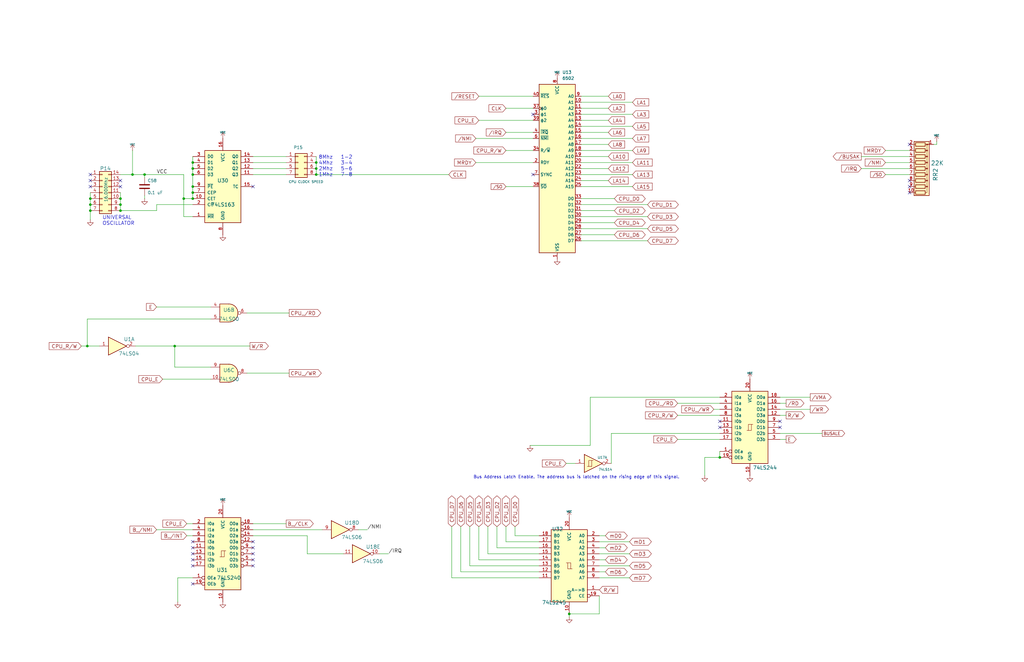
<source format=kicad_sch>
(kicad_sch (version 20250114) (generator "eeschema") (generator_version "9.0")
  (paper "B")
  (title_block (title "6502PC") (date "2025-12-21") (rev "002") (comment 1 "https://github.com/danwerner21/6502PC") (comment 2 "Based on work by Andrew Lynch and John Coffman"))
  (lib_symbols
    (symbol "65xx-library:6502"
      (property "Reference" "U" (at 2.54 40.64 0))
      (property "Value" "6502" (at 2.54 38.1 0))
      (symbol "6502_1_1"
        (pin input line (at -10.16 30.48 0) (length 2.54) (name "~{RES}") (number "40"))
        (pin input clock (at -10.16 25.4 0) (length 2.54) (name "ϕ0") (number "37"))
        (pin output line (at -10.16 22.86 0) (length 2.54) (name "ϕ1") (number "3"))
        (pin output line (at -10.16 20.32 0) (length 2.54) (name "ϕ2") (number "39"))
        (pin input line (at -10.16 15.24 0) (length 2.54) (name "~{IRQ}") (number "4"))
        (pin input line (at -10.16 12.7 0) (length 2.54) (name "~{NMI}") (number "6"))
        (pin output line (at -10.16 7.62 0) (length 2.54) (name "R/~{W}") (number "34"))
        (pin input line (at -10.16 2.54 0) (length 2.54) (name "RDY") (number "2"))
        (pin output line (at -10.16 -2.54 0) (length 2.54) (name "SYNC") (number "7"))
        (pin input line (at -10.16 -7.62 0) (length 2.54) (name "~{SO}") (number "38"))
        (pin no_connect non_logic (at -7.62 -12.7 0) (length 2.54) (hide yes) (name "nc") (number "5"))
        (pin no_connect non_logic (at -7.62 -15.24 0) (length 2.54) (hide yes) (name "nc") (number "35"))
        (pin no_connect non_logic (at -7.62 -17.78 0) (length 2.54) (hide yes) (name "nc") (number "36"))
        (pin power_in line (at 0 38.1 270) (length 2.54) (name "VCC") (number "8"))
        (pin power_in line (at 0 -38.1 90) (length 2.54) (name "VSS") (number "1"))
        (pin passive line (at 0 -38.1 90) (length 2.54) (hide yes) (name "VSS") (number "21"))
        (pin output line (at 10.16 30.48 180) (length 2.54) (name "A0") (number "9"))
        (pin output line (at 10.16 27.94 180) (length 2.54) (name "A1") (number "10"))
        (pin output line (at 10.16 25.4 180) (length 2.54) (name "A2") (number "11"))
        (pin output line (at 10.16 22.86 180) (length 2.54) (name "A3") (number "12"))
        (pin output line (at 10.16 20.32 180) (length 2.54) (name "A4") (number "13"))
        (pin output line (at 10.16 17.78 180) (length 2.54) (name "A5") (number "14"))
        (pin output line (at 10.16 15.24 180) (length 2.54) (name "A6") (number "15"))
        (pin output line (at 10.16 12.7 180) (length 2.54) (name "A7") (number "16"))
        (pin output line (at 10.16 10.16 180) (length 2.54) (name "A8") (number "17"))
        (pin output line (at 10.16 7.62 180) (length 2.54) (name "A9") (number "18"))
        (pin output line (at 10.16 5.08 180) (length 2.54) (name "A10") (number "19"))
        (pin output line (at 10.16 2.54 180) (length 2.54) (name "A11") (number "20"))
        (pin output line (at 10.16 0 180) (length 2.54) (name "A12") (number "22"))
        (pin output line (at 10.16 -2.54 180) (length 2.54) (name "A13") (number "23"))
        (pin output line (at 10.16 -5.08 180) (length 2.54) (name "A14") (number "24"))
        (pin output line (at 10.16 -7.62 180) (length 2.54) (name "A15") (number "25"))
        (pin bidirectional line (at 10.16 -12.7 180) (length 2.54) (name "D0") (number "33"))
        (pin bidirectional line (at 10.16 -15.24 180) (length 2.54) (name "D1") (number "32"))
        (pin bidirectional line (at 10.16 -17.78 180) (length 2.54) (name "D2") (number "31"))
        (pin bidirectional line (at 10.16 -20.32 180) (length 2.54) (name "D3") (number "30"))
        (pin bidirectional line (at 10.16 -22.86 180) (length 2.54) (name "D4") (number "29"))
        (pin bidirectional line (at 10.16 -25.4 180) (length 2.54) (name "D5") (number "28"))
        (pin bidirectional line (at 10.16 -27.94 180) (length 2.54) (name "D6") (number "27"))
        (pin bidirectional line (at 10.16 -30.48 180) (length 2.54) (name "D7") (number "26"))
      )
    )
    (symbol "74xx:74LS00" (pin_names (offset 1.016))
      (property "Reference" "U" (at 0 1.27 0))
      (property "Value" "74LS00" (at 0 -1.27 0))
      (symbol "74LS00_1_1"
        (pin input line (at -7.62 2.54 0) (length 3.81) (name "~") (number "1"))
        (pin input line (at -7.62 -2.54 0) (length 3.81) (name "~") (number "2"))
        (pin output inverted (at 7.62 0 180) (length 3.81) (name "~") (number "3"))
      )
      (symbol "74LS00_1_2"
        (pin input inverted (at -7.62 2.54 0) (length 4.318) (name "~") (number "1"))
        (pin input inverted (at -7.62 -2.54 0) (length 4.318) (name "~") (number "2"))
        (pin output line (at 7.62 0 180) (length 3.81) (name "~") (number "3"))
      )
      (symbol "74LS00_2_1"
        (pin input line (at -7.62 2.54 0) (length 3.81) (name "~") (number "4"))
        (pin input line (at -7.62 -2.54 0) (length 3.81) (name "~") (number "5"))
        (pin output inverted (at 7.62 0 180) (length 3.81) (name "~") (number "6"))
      )
      (symbol "74LS00_2_2"
        (pin input inverted (at -7.62 2.54 0) (length 4.318) (name "~") (number "4"))
        (pin input inverted (at -7.62 -2.54 0) (length 4.318) (name "~") (number "5"))
        (pin output line (at 7.62 0 180) (length 3.81) (name "~") (number "6"))
      )
      (symbol "74LS00_3_1"
        (pin input line (at -7.62 2.54 0) (length 3.81) (name "~") (number "9"))
        (pin input line (at -7.62 -2.54 0) (length 3.81) (name "~") (number "10"))
        (pin output inverted (at 7.62 0 180) (length 3.81) (name "~") (number "8"))
      )
      (symbol "74LS00_3_2"
        (pin input inverted (at -7.62 2.54 0) (length 4.318) (name "~") (number "9"))
        (pin input inverted (at -7.62 -2.54 0) (length 4.318) (name "~") (number "10"))
        (pin output line (at 7.62 0 180) (length 3.81) (name "~") (number "8"))
      )
      (symbol "74LS00_4_1"
        (pin input line (at -7.62 2.54 0) (length 3.81) (name "~") (number "12"))
        (pin input line (at -7.62 -2.54 0) (length 3.81) (name "~") (number "13"))
        (pin output inverted (at 7.62 0 180) (length 3.81) (name "~") (number "11"))
      )
      (symbol "74LS00_4_2"
        (pin input inverted (at -7.62 2.54 0) (length 4.318) (name "~") (number "12"))
        (pin input inverted (at -7.62 -2.54 0) (length 4.318) (name "~") (number "13"))
        (pin output line (at 7.62 0 180) (length 3.81) (name "~") (number "11"))
      )
      (symbol "74LS00_5_0"
        (pin power_in line (at 0 12.7 270) (length 5.08) (name "VCC") (number "14"))
        (pin power_in line (at 0 -12.7 90) (length 5.08) (name "GND") (number "7"))
      )
    )
    (symbol "74xx:74LS04"
      (property "Reference" "U" (at 0 1.27 0))
      (property "Value" "74LS04" (at 0 -1.27 0))
      (symbol "74LS04_1_0"
        (pin input line (at -7.62 0 0) (length 3.81) (name "~") (number "1"))
        (pin output inverted (at 7.62 0 180) (length 3.81) (name "~") (number "2"))
      )
      (symbol "74LS04_2_0"
        (pin input line (at -7.62 0 0) (length 3.81) (name "~") (number "3"))
        (pin output inverted (at 7.62 0 180) (length 3.81) (name "~") (number "4"))
      )
      (symbol "74LS04_3_0"
        (pin input line (at -7.62 0 0) (length 3.81) (name "~") (number "5"))
        (pin output inverted (at 7.62 0 180) (length 3.81) (name "~") (number "6"))
      )
      (symbol "74LS04_4_0"
        (pin input line (at -7.62 0 0) (length 3.81) (name "~") (number "9"))
        (pin output inverted (at 7.62 0 180) (length 3.81) (name "~") (number "8"))
      )
      (symbol "74LS04_5_0"
        (pin input line (at -7.62 0 0) (length 3.81) (name "~") (number "11"))
        (pin output inverted (at 7.62 0 180) (length 3.81) (name "~") (number "10"))
      )
      (symbol "74LS04_6_0"
        (pin input line (at -7.62 0 0) (length 3.81) (name "~") (number "13"))
        (pin output inverted (at 7.62 0 180) (length 3.81) (name "~") (number "12"))
      )
      (symbol "74LS04_7_0"
        (pin power_in line (at 0 12.7 270) (length 5.08) (name "VCC") (number "14"))
        (pin power_in line (at 0 -12.7 90) (length 5.08) (name "GND") (number "7"))
      )
    )
    (symbol "74xx:74LS06" (pin_names (offset 1.016))
      (property "Reference" "U" (at 0 1.27 0))
      (property "Value" "74LS06" (at 0 -1.27 0))
      (symbol "74LS06_1_0"
        (pin input line (at -7.62 0 0) (length 3.81) (name "~") (number "1"))
        (pin open_collector inverted (at 7.62 0 180) (length 3.81) (name "~") (number "2"))
      )
      (symbol "74LS06_2_0"
        (pin input line (at -7.62 0 0) (length 3.81) (name "~") (number "3"))
        (pin open_collector inverted (at 7.62 0 180) (length 3.81) (name "~") (number "4"))
      )
      (symbol "74LS06_3_0"
        (pin input line (at -7.62 0 0) (length 3.81) (name "~") (number "5"))
        (pin open_collector inverted (at 7.62 0 180) (length 3.81) (name "~") (number "6"))
      )
      (symbol "74LS06_4_0"
        (pin input line (at -7.62 0 0) (length 3.81) (name "~") (number "9"))
        (pin open_collector inverted (at 7.62 0 180) (length 3.81) (name "~") (number "8"))
      )
      (symbol "74LS06_5_0"
        (pin input line (at -7.62 0 0) (length 3.81) (name "~") (number "11"))
        (pin open_collector inverted (at 7.62 0 180) (length 3.81) (name "~") (number "10"))
      )
      (symbol "74LS06_6_0"
        (pin input line (at -7.62 0 0) (length 3.81) (name "~") (number "13"))
        (pin open_collector inverted (at 7.62 0 180) (length 3.81) (name "~") (number "12"))
      )
      (symbol "74LS06_7_0"
        (pin power_in line (at 0 12.7 270) (length 5.08) (name "VCC") (number "14"))
        (pin power_in line (at 0 -12.7 90) (length 5.08) (name "GND") (number "7"))
      )
    )
    (symbol "74xx:74LS14" (pin_names (offset 1.016))
      (property "Reference" "U" (at 0 1.27 0))
      (property "Value" "74LS14" (at 0 -1.27 0))
      (symbol "74LS14_1_0"
        (pin input line (at -7.62 0 0) (length 3.81) (name "~") (number "1"))
        (pin output inverted (at 7.62 0 180) (length 3.81) (name "~") (number "2"))
      )
      (symbol "74LS14_2_0"
        (pin input line (at -7.62 0 0) (length 3.81) (name "~") (number "3"))
        (pin output inverted (at 7.62 0 180) (length 3.81) (name "~") (number "4"))
      )
      (symbol "74LS14_3_0"
        (pin input line (at -7.62 0 0) (length 3.81) (name "~") (number "5"))
        (pin output inverted (at 7.62 0 180) (length 3.81) (name "~") (number "6"))
      )
      (symbol "74LS14_4_0"
        (pin input line (at -7.62 0 0) (length 3.81) (name "~") (number "9"))
        (pin output inverted (at 7.62 0 180) (length 3.81) (name "~") (number "8"))
      )
      (symbol "74LS14_5_0"
        (pin input line (at -7.62 0 0) (length 3.81) (name "~") (number "11"))
        (pin output inverted (at 7.62 0 180) (length 3.81) (name "~") (number "10"))
      )
      (symbol "74LS14_6_0"
        (pin input line (at -7.62 0 0) (length 3.81) (name "~") (number "13"))
        (pin output inverted (at 7.62 0 180) (length 3.81) (name "~") (number "12"))
      )
      (symbol "74LS14_7_0"
        (pin power_in line (at 0 12.7 270) (length 5.08) (name "VCC") (number "14"))
        (pin power_in line (at 0 -12.7 90) (length 5.08) (name "GND") (number "7"))
      )
    )
    (symbol "74xx:74LS163" (pin_names (offset 1.016))
      (property "Reference" "U" (at -7.62 16.51 0))
      (property "Value" "74LS163" (at -7.62 -16.51 0))
      (symbol "74LS163_1_0"
        (pin input line (at -12.7 12.7 0) (length 5.08) (name "D0") (number "3"))
        (pin input line (at -12.7 10.16 0) (length 5.08) (name "D1") (number "4"))
        (pin input line (at -12.7 7.62 0) (length 5.08) (name "D2") (number "5"))
        (pin input line (at -12.7 5.08 0) (length 5.08) (name "D3") (number "6"))
        (pin input line (at -12.7 0 0) (length 5.08) (name "~{PE}") (number "9"))
        (pin input line (at -12.7 -2.54 0) (length 5.08) (name "CEP") (number "7"))
        (pin input line (at -12.7 -5.08 0) (length 5.08) (name "CET") (number "10"))
        (pin input line (at -12.7 -7.62 0) (length 5.08) (name "CP") (number "2"))
        (pin input line (at -12.7 -12.7 0) (length 5.08) (name "~{MR}") (number "1"))
        (pin power_in line (at 0 20.32 270) (length 5.08) (name "VCC") (number "16"))
        (pin power_in line (at 0 -20.32 90) (length 5.08) (name "GND") (number "8"))
        (pin output line (at 12.7 12.7 180) (length 5.08) (name "Q0") (number "14"))
        (pin output line (at 12.7 10.16 180) (length 5.08) (name "Q1") (number "13"))
        (pin output line (at 12.7 7.62 180) (length 5.08) (name "Q2") (number "12"))
        (pin output line (at 12.7 5.08 180) (length 5.08) (name "Q3") (number "11"))
        (pin output line (at 12.7 0 180) (length 5.08) (name "TC") (number "15"))
      )
    )
    (symbol "74xx:74LS240" (pin_names (offset 1.016))
      (property "Reference" "U" (at -7.62 16.51 0))
      (property "Value" "74LS240" (at -7.62 -16.51 0))
      (symbol "74LS240_1_0"
        (pin input line (at -12.7 12.7 0) (length 5.08) (name "I0a") (number "2"))
        (pin input line (at -12.7 10.16 0) (length 5.08) (name "I1a") (number "4"))
        (pin input line (at -12.7 7.62 0) (length 5.08) (name "I2a") (number "6"))
        (pin input line (at -12.7 5.08 0) (length 5.08) (name "I3a") (number "8"))
        (pin input line (at -12.7 2.54 0) (length 5.08) (name "I0b") (number "11"))
        (pin input line (at -12.7 0 0) (length 5.08) (name "I1b") (number "13"))
        (pin input line (at -12.7 -2.54 0) (length 5.08) (name "I2b") (number "15"))
        (pin input line (at -12.7 -5.08 0) (length 5.08) (name "I3b") (number "17"))
        (pin input inverted (at -12.7 -10.16 0) (length 5.08) (name "OEa") (number "1"))
        (pin input inverted (at -12.7 -12.7 0) (length 5.08) (name "OEb") (number "19"))
        (pin power_in line (at 0 20.32 270) (length 5.08) (name "VCC") (number "20"))
        (pin power_in line (at 0 -20.32 90) (length 5.08) (name "GND") (number "10"))
        (pin tri_state inverted (at 12.7 12.7 180) (length 5.08) (name "O0a") (number "18"))
        (pin tri_state inverted (at 12.7 10.16 180) (length 5.08) (name "O1a") (number "16"))
        (pin tri_state inverted (at 12.7 7.62 180) (length 5.08) (name "O2a") (number "14"))
        (pin tri_state inverted (at 12.7 5.08 180) (length 5.08) (name "O3a") (number "12"))
        (pin tri_state inverted (at 12.7 2.54 180) (length 5.08) (name "O0b") (number "9"))
        (pin tri_state inverted (at 12.7 0 180) (length 5.08) (name "O1b") (number "7"))
        (pin tri_state inverted (at 12.7 -2.54 180) (length 5.08) (name "O2b") (number "5"))
        (pin tri_state inverted (at 12.7 -5.08 180) (length 5.08) (name "O3b") (number "3"))
      )
    )
    (symbol "74xx:74LS244" (pin_names (offset 1.016))
      (property "Reference" "U" (at -7.62 16.51 0))
      (property "Value" "74LS244" (at -7.62 -16.51 0))
      (symbol "74LS244_1_0"
        (pin input line (at -12.7 12.7 0) (length 5.08) (name "I0a") (number "2"))
        (pin input line (at -12.7 10.16 0) (length 5.08) (name "I1a") (number "4"))
        (pin input line (at -12.7 7.62 0) (length 5.08) (name "I2a") (number "6"))
        (pin input line (at -12.7 5.08 0) (length 5.08) (name "I3a") (number "8"))
        (pin input line (at -12.7 2.54 0) (length 5.08) (name "I0b") (number "11"))
        (pin input line (at -12.7 0 0) (length 5.08) (name "I1b") (number "13"))
        (pin input line (at -12.7 -2.54 0) (length 5.08) (name "I2b") (number "15"))
        (pin input line (at -12.7 -5.08 0) (length 5.08) (name "I3b") (number "17"))
        (pin input inverted (at -12.7 -10.16 0) (length 5.08) (name "OEa") (number "1"))
        (pin input inverted (at -12.7 -12.7 0) (length 5.08) (name "OEb") (number "19"))
        (pin power_in line (at 0 20.32 270) (length 5.08) (name "VCC") (number "20"))
        (pin power_in line (at 0 -20.32 90) (length 5.08) (name "GND") (number "10"))
        (pin tri_state line (at 12.7 12.7 180) (length 5.08) (name "O0a") (number "18"))
        (pin tri_state line (at 12.7 10.16 180) (length 5.08) (name "O1a") (number "16"))
        (pin tri_state line (at 12.7 7.62 180) (length 5.08) (name "O2a") (number "14"))
        (pin tri_state line (at 12.7 5.08 180) (length 5.08) (name "O3a") (number "12"))
        (pin tri_state line (at 12.7 2.54 180) (length 5.08) (name "O0b") (number "9"))
        (pin tri_state line (at 12.7 0 180) (length 5.08) (name "O1b") (number "7"))
        (pin tri_state line (at 12.7 -2.54 180) (length 5.08) (name "O2b") (number "5"))
        (pin tri_state line (at 12.7 -5.08 180) (length 5.08) (name "O3b") (number "3"))
      )
    )
    (symbol "74xx:74LS245" (pin_names (offset 1.016))
      (property "Reference" "U" (at -7.62 16.51 0))
      (property "Value" "74LS245" (at -7.62 -16.51 0))
      (symbol "74LS245_1_0"
        (pin tri_state line (at -12.7 12.7 0) (length 5.08) (name "A0") (number "2"))
        (pin tri_state line (at -12.7 10.16 0) (length 5.08) (name "A1") (number "3"))
        (pin tri_state line (at -12.7 7.62 0) (length 5.08) (name "A2") (number "4"))
        (pin tri_state line (at -12.7 5.08 0) (length 5.08) (name "A3") (number "5"))
        (pin tri_state line (at -12.7 2.54 0) (length 5.08) (name "A4") (number "6"))
        (pin tri_state line (at -12.7 0 0) (length 5.08) (name "A5") (number "7"))
        (pin tri_state line (at -12.7 -2.54 0) (length 5.08) (name "A6") (number "8"))
        (pin tri_state line (at -12.7 -5.08 0) (length 5.08) (name "A7") (number "9"))
        (pin input line (at -12.7 -10.16 0) (length 5.08) (name "A->B") (number "1"))
        (pin input inverted (at -12.7 -12.7 0) (length 5.08) (name "CE") (number "19"))
        (pin power_in line (at 0 20.32 270) (length 5.08) (name "VCC") (number "20"))
        (pin power_in line (at 0 -20.32 90) (length 5.08) (name "GND") (number "10"))
        (pin tri_state line (at 12.7 12.7 180) (length 5.08) (name "B0") (number "18"))
        (pin tri_state line (at 12.7 10.16 180) (length 5.08) (name "B1") (number "17"))
        (pin tri_state line (at 12.7 7.62 180) (length 5.08) (name "B2") (number "16"))
        (pin tri_state line (at 12.7 5.08 180) (length 5.08) (name "B3") (number "15"))
        (pin tri_state line (at 12.7 2.54 180) (length 5.08) (name "B4") (number "14"))
        (pin tri_state line (at 12.7 0 180) (length 5.08) (name "B5") (number "13"))
        (pin tri_state line (at 12.7 -2.54 180) (length 5.08) (name "B6") (number "12"))
        (pin tri_state line (at 12.7 -5.08 180) (length 5.08) (name "B7") (number "11"))
      )
    )
    (symbol "Connector_Generic:Conn_02x04_Odd_Even" (pin_names (offset 1.016) (hide yes))
      (property "Reference" "J" (at 1.27 5.08 0))
      (property "Value" "Conn_02x04_Odd_Even" (at 1.27 -7.62 0))
      (symbol "Conn_02x04_Odd_Even_1_1"
        (pin passive line (at -5.08 2.54 0) (length 3.81) (name "Pin_1") (number "1"))
        (pin passive line (at -5.08 0 0) (length 3.81) (name "Pin_3") (number "3"))
        (pin passive line (at -5.08 -2.54 0) (length 3.81) (name "Pin_5") (number "5"))
        (pin passive line (at -5.08 -5.08 0) (length 3.81) (name "Pin_7") (number "7"))
        (pin passive line (at 7.62 2.54 180) (length 3.81) (name "Pin_2") (number "2"))
        (pin passive line (at 7.62 0 180) (length 3.81) (name "Pin_4") (number "4"))
        (pin passive line (at 7.62 -2.54 180) (length 3.81) (name "Pin_6") (number "6"))
        (pin passive line (at 7.62 -5.08 180) (length 3.81) (name "Pin_8") (number "8"))
      )
    )
    (symbol "Custom:CLK"
      (property "Reference" "U" (at 0 0 0))
      (symbol "CLK_1_1"
        (pin passive line (at -6.35 -2.54 0) (length 3.81) (name "") (number "1"))
        (pin passive line (at -6.35 -5.08 0) (length 3.81) (name "") (number "2"))
        (pin passive line (at -6.35 -7.62 0) (length 3.81) (name "") (number "3"))
        (pin passive line (at -6.35 -10.16 0) (length 3.81) (name "") (number "4"))
        (pin passive line (at -6.35 -12.7 0) (length 3.81) (name "") (number "5"))
        (pin passive line (at -6.35 -15.24 0) (length 3.81) (name "") (number "6"))
        (pin passive line (at -6.35 -17.78 0) (length 3.81) (name "") (number "7"))
        (pin passive line (at 6.35 -2.54 180) (length 3.81) (name "") (number "14"))
        (pin passive line (at 6.35 -5.08 180) (length 3.81) (name "") (number "13"))
        (pin passive line (at 6.35 -7.62 180) (length 3.81) (name "") (number "12"))
        (pin passive line (at 6.35 -10.16 180) (length 3.81) (name "") (number "11"))
        (pin passive line (at 6.35 -12.7 180) (length 3.81) (name "") (number "10"))
        (pin passive line (at 6.35 -15.24 180) (length 3.81) (name "") (number "9"))
        (pin passive line (at 6.35 -17.78 180) (length 3.81) (name "") (number "8"))
      )
    )
    (symbol "Device:C" (pin_numbers (hide yes)) (pin_names (offset 0.254))
      (property "Reference" "C" (at 0.635 2.54 0))
      (property "Value" "C" (at 0.635 -2.54 0))
      (symbol "C_1_1"
        (pin passive line (at 0 3.81 270) (length 2.794) (name "~") (number "1"))
        (pin passive line (at 0 -3.81 90) (length 2.794) (name "~") (number "2"))
      )
    )
    (symbol "Device:R_Network09" (pin_names (offset 0) (hide yes))
      (property "Reference" "RN" (at -12.7 0 90))
      (property "Value" "R_Network09" (at 12.7 0 90))
      (symbol "R_Network09_1_1"
        (pin passive line (at -10.16 5.08 270) (length 2.54) (name "common") (number "1"))
        (pin passive line (at -10.16 -5.08 90) (length 1.27) (name "R1") (number "2"))
        (pin passive line (at -7.62 -5.08 90) (length 1.27) (name "R2") (number "3"))
        (pin passive line (at -5.08 -5.08 90) (length 1.27) (name "R3") (number "4"))
        (pin passive line (at -2.54 -5.08 90) (length 1.27) (name "R4") (number "5"))
        (pin passive line (at 0 -5.08 90) (length 1.27) (name "R5") (number "6"))
        (pin passive line (at 2.54 -5.08 90) (length 1.27) (name "R6") (number "7"))
        (pin passive line (at 5.08 -5.08 90) (length 1.27) (name "R7") (number "8"))
        (pin passive line (at 7.62 -5.08 90) (length 1.27) (name "R8") (number "9"))
        (pin passive line (at 10.16 -5.08 90) (length 1.27) (name "R9") (number "10"))
      )
    )
    (symbol "power:GND" (power) (pin_numbers (hide yes)) (pin_names (offset 0) (hide yes))
      (property "Value" "GND" (at 0 -3.81 0))
      (symbol "GND_1_1"
        (pin power_in line (at 0 0 270) (length 0) (name "~") (number "1"))
      )
    )
    (symbol "power:VCC" (power) (pin_numbers (hide yes)) (pin_names (offset 0) (hide yes))
      (property "Value" "VCC" (at 0 3.556 0))
      (symbol "VCC_1_1"
        (pin power_in line (at 0 0 90) (length 0) (name "~") (number "1"))
      )
    )
  )
  (text "8Mhz   1-2\n4Mhz   3-4\n2Mhz   5-6\n1Mhz   7-8" (at 134.366 74.676 0) (effects (font (size 1.524 1.524)) (justify left bottom)))
  (text "Bus Address Latch Enable. The address bus is latched on the rising edge of this signal." (at 243.078 201.422 0) (effects (font (size 1.27 1.27))))
  (text "UNIVERSAL\nOSCILLATOR" (at 43.18 95.25 0) (effects (font (size 1.524 1.524)) (justify left bottom)))
  (junction (at 81.28 83.82))
  (junction (at 133.35 68.58))
  (junction (at 38.1 86.36))
  (junction (at 81.28 71.12))
  (junction (at 38.1 83.82))
  (junction (at 50.8 88.9))
  (junction (at 133.35 73.66))
  (junction (at 81.28 68.58))
  (junction (at 77.47 83.82))
  (junction (at 60.96 73.66))
  (junction (at 81.28 81.28))
  (junction (at 38.1 88.9))
  (junction (at 240.03 259.08))
  (junction (at 36.83 146.05))
  (junction (at 133.35 71.12))
  (junction (at 73.66 146.05))
  (junction (at 50.8 83.82))
  (junction (at 81.28 73.66))
  (junction (at 303.53 193.04))
  (junction (at 81.28 78.74))
  (junction (at 55.88 73.66))
  (junction (at 50.8 86.36))
  (no_connect (at 38.1 76.2))
  (no_connect (at 328.93 180.34))
  (no_connect (at 38.1 73.66))
  (no_connect (at 81.28 236.22))
  (no_connect (at 81.28 233.68))
  (no_connect (at 106.68 236.22))
  (no_connect (at 106.68 228.6))
  (no_connect (at 106.68 231.14))
  (no_connect (at 383.54 76.2))
  (no_connect (at 50.8 76.2))
  (no_connect (at 81.28 246.38))
  (no_connect (at 224.79 73.66))
  (no_connect (at 383.54 78.74))
  (no_connect (at 383.54 60.96))
  (no_connect (at 303.53 180.34))
  (no_connect (at 383.54 81.28))
  (no_connect (at 81.28 238.76))
  (no_connect (at 106.68 238.76))
  (no_connect (at 50.8 78.74))
  (no_connect (at 328.93 177.8))
  (no_connect (at 81.28 231.14))
  (no_connect (at 38.1 78.74))
  (no_connect (at 224.79 48.26))
  (no_connect (at 106.68 78.74))
  (no_connect (at 303.53 177.8))
  (no_connect (at 106.68 233.68))
  (no_connect (at 81.28 228.6))
  (wire (pts (xy 66.04 223.52) (xy 81.28 223.52)))
  (wire (pts (xy 106.68 71.12) (xy 120.65 71.12)))
  (wire (pts (xy 36.83 146.05) (xy 41.91 146.05)))
  (wire (pts (xy 106.68 66.04) (xy 120.65 66.04)))
  (wire (pts (xy 297.18 200.66) (xy 297.18 193.04)))
  (wire (pts (xy 394.97 60.96) (xy 394.97 59.69)))
  (wire (pts (xy 205.74 233.68) (xy 227.33 233.68)))
  (wire (pts (xy 266.7 78.74) (xy 245.11 78.74)))
  (wire (pts (xy 77.47 73.66) (xy 77.47 83.82)))
  (wire (pts (xy 50.8 88.9) (xy 66.04 88.9)))
  (wire (pts (xy 341.63 172.72) (xy 328.93 172.72)))
  (wire (pts (xy 245.11 101.6) (xy 273.05 101.6)))
  (wire (pts (xy 38.1 86.36) (xy 38.1 88.9)))
  (wire (pts (xy 50.8 86.36) (xy 50.8 88.9)))
  (wire (pts (xy 133.35 68.58) (xy 133.35 71.12)))
  (wire (pts (xy 66.04 129.54) (xy 88.9 129.54)))
  (wire (pts (xy 285.75 170.18) (xy 303.53 170.18)))
  (wire (pts (xy 245.11 88.9) (xy 259.08 88.9)))
  (wire (pts (xy 245.11 86.36) (xy 273.05 86.36)))
  (wire (pts (xy 328.93 170.18) (xy 331.47 170.18)))
  (wire (pts (xy 38.1 88.9) (xy 38.1 92.71)))
  (wire (pts (xy 303.53 167.64) (xy 248.92 167.64)))
  (wire (pts (xy 106.68 223.52) (xy 135.89 223.52)))
  (wire (pts (xy 81.28 73.66) (xy 81.28 78.74)))
  (wire (pts (xy 217.17 226.06) (xy 227.33 226.06)))
  (wire (pts (xy 303.53 190.5) (xy 303.53 193.04)))
  (wire (pts (xy 50.8 81.28) (xy 50.8 83.82)))
  (wire (pts (xy 256.54 40.64) (xy 245.11 40.64)))
  (wire (pts (xy 252.73 251.46) (xy 252.73 259.08)))
  (wire (pts (xy 194.31 222.25) (xy 194.31 241.3)))
  (wire (pts (xy 77.47 83.82) (xy 77.47 91.44)))
  (wire (pts (xy 129.54 226.06) (xy 106.68 226.06)))
  (wire (pts (xy 81.28 243.84) (xy 74.93 243.84)))
  (wire (pts (xy 60.96 73.66) (xy 60.96 74.93)))
  (wire (pts (xy 129.54 233.68) (xy 129.54 226.06)))
  (wire (pts (xy 223.52 187.96) (xy 248.92 187.96)))
  (wire (pts (xy 50.8 73.66) (xy 55.88 73.66)))
  (wire (pts (xy 266.7 73.66) (xy 245.11 73.66)))
  (wire (pts (xy 209.55 222.25) (xy 209.55 231.14)))
  (wire (pts (xy 38.1 81.28) (xy 38.1 83.82)))
  (wire (pts (xy 129.54 233.68) (xy 144.78 233.68)))
  (wire (pts (xy 266.7 48.26) (xy 245.11 48.26)))
  (wire (pts (xy 106.68 73.66) (xy 120.65 73.66)))
  (wire (pts (xy 104.14 157.48) (xy 121.92 157.48)))
  (wire (pts (xy 73.66 154.94) (xy 88.9 154.94)))
  (wire (pts (xy 133.35 71.12) (xy 133.35 73.66)))
  (wire (pts (xy 328.93 185.42) (xy 331.47 185.42)))
  (wire (pts (xy 265.43 238.76) (xy 252.73 238.76)))
  (wire (pts (xy 256.54 71.12) (xy 245.11 71.12)))
  (wire (pts (xy 266.7 53.34) (xy 245.11 53.34)))
  (wire (pts (xy 245.11 93.98) (xy 259.08 93.98)))
  (wire (pts (xy 200.66 58.42) (xy 224.79 58.42)))
  (wire (pts (xy 255.27 231.14) (xy 252.73 231.14)))
  (wire (pts (xy 201.93 236.22) (xy 227.33 236.22)))
  (wire (pts (xy 240.03 259.08) (xy 240.03 260.35)))
  (wire (pts (xy 81.28 71.12) (xy 81.28 73.66)))
  (wire (pts (xy 36.83 134.62) (xy 88.9 134.62)))
  (wire (pts (xy 257.81 195.58) (xy 257.81 182.88)))
  (wire (pts (xy 217.17 222.25) (xy 217.17 226.06)))
  (wire (pts (xy 266.7 58.42) (xy 245.11 58.42)))
  (wire (pts (xy 73.66 154.94) (xy 73.66 146.05)))
  (wire (pts (xy 285.75 175.26) (xy 303.53 175.26)))
  (wire (pts (xy 256.54 45.72) (xy 245.11 45.72)))
  (wire (pts (xy 245.11 83.82) (xy 259.08 83.82)))
  (wire (pts (xy 363.22 66.04) (xy 383.54 66.04)))
  (wire (pts (xy 73.66 146.05) (xy 105.41 146.05)))
  (wire (pts (xy 201.93 40.64) (xy 224.79 40.64)))
  (wire (pts (xy 81.28 81.28) (xy 81.28 83.82)))
  (wire (pts (xy 60.96 73.66) (xy 77.47 73.66)))
  (wire (pts (xy 190.5 222.25) (xy 190.5 243.84)))
  (wire (pts (xy 77.47 91.44) (xy 81.28 91.44)))
  (wire (pts (xy 256.54 60.96) (xy 245.11 60.96)))
  (wire (pts (xy 78.74 220.98) (xy 81.28 220.98)))
  (wire (pts (xy 81.28 83.82) (xy 77.47 83.82)))
  (wire (pts (xy 245.11 96.52) (xy 273.05 96.52)))
  (wire (pts (xy 66.04 86.36) (xy 66.04 88.9)))
  (wire (pts (xy 50.8 83.82) (xy 50.8 86.36)))
  (wire (pts (xy 36.83 134.62) (xy 36.83 146.05)))
  (wire (pts (xy 224.79 63.5) (xy 213.36 63.5)))
  (wire (pts (xy 106.68 68.58) (xy 120.65 68.58)))
  (wire (pts (xy 81.28 78.74) (xy 81.28 81.28)))
  (wire (pts (xy 255.27 226.06) (xy 252.73 226.06)))
  (wire (pts (xy 200.66 68.58) (xy 224.79 68.58)))
  (wire (pts (xy 198.12 238.76) (xy 227.33 238.76)))
  (wire (pts (xy 213.36 222.25) (xy 213.36 228.6)))
  (wire (pts (xy 106.68 220.98) (xy 120.65 220.98)))
  (wire (pts (xy 266.7 68.58) (xy 245.11 68.58)))
  (wire (pts (xy 209.55 231.14) (xy 227.33 231.14)))
  (wire (pts (xy 373.38 63.5) (xy 383.54 63.5)))
  (wire (pts (xy 266.7 43.18) (xy 245.11 43.18)))
  (wire (pts (xy 201.93 50.8) (xy 224.79 50.8)))
  (wire (pts (xy 74.93 243.84) (xy 74.93 254)))
  (wire (pts (xy 38.1 83.82) (xy 38.1 86.36)))
  (wire (pts (xy 245.11 91.44) (xy 273.05 91.44)))
  (wire (pts (xy 213.36 45.72) (xy 224.79 45.72)))
  (wire (pts (xy 213.36 228.6) (xy 227.33 228.6)))
  (wire (pts (xy 297.18 193.04) (xy 303.53 193.04)))
  (wire (pts (xy 104.14 132.08) (xy 121.92 132.08)))
  (wire (pts (xy 55.88 73.66) (xy 55.88 63.5)))
  (wire (pts (xy 373.38 68.58) (xy 383.54 68.58)))
  (wire (pts (xy 78.74 226.06) (xy 81.28 226.06)))
  (wire (pts (xy 300.99 172.72) (xy 303.53 172.72)))
  (wire (pts (xy 256.54 76.2) (xy 245.11 76.2)))
  (wire (pts (xy 252.73 259.08) (xy 240.03 259.08)))
  (wire (pts (xy 328.93 182.88) (xy 346.71 182.88)))
  (wire (pts (xy 55.88 73.66) (xy 60.96 73.66)))
  (wire (pts (xy 81.28 86.36) (xy 66.04 86.36)))
  (wire (pts (xy 81.28 66.04) (xy 81.28 68.58)))
  (wire (pts (xy 190.5 243.84) (xy 227.33 243.84)))
  (wire (pts (xy 205.74 222.25) (xy 205.74 233.68)))
  (wire (pts (xy 245.11 99.06) (xy 259.08 99.06)))
  (wire (pts (xy 265.43 243.84) (xy 252.73 243.84)))
  (wire (pts (xy 255.27 241.3) (xy 252.73 241.3)))
  (wire (pts (xy 160.02 233.68) (xy 163.83 233.68)))
  (wire (pts (xy 201.93 222.25) (xy 201.93 236.22)))
  (wire (pts (xy 255.27 236.22) (xy 252.73 236.22)))
  (wire (pts (xy 81.28 68.58) (xy 81.28 71.12)))
  (wire (pts (xy 341.63 167.64) (xy 328.93 167.64)))
  (wire (pts (xy 303.53 185.42) (xy 285.75 185.42)))
  (wire (pts (xy 256.54 50.8) (xy 245.11 50.8)))
  (wire (pts (xy 256.54 66.04) (xy 245.11 66.04)))
  (wire (pts (xy 248.92 167.64) (xy 248.92 187.96)))
  (wire (pts (xy 363.22 71.12) (xy 383.54 71.12)))
  (wire (pts (xy 151.13 223.52) (xy 154.94 223.52)))
  (wire (pts (xy 257.81 182.88) (xy 303.53 182.88)))
  (wire (pts (xy 194.31 241.3) (xy 227.33 241.3)))
  (wire (pts (xy 266.7 63.5) (xy 245.11 63.5)))
  (wire (pts (xy 57.15 146.05) (xy 73.66 146.05)))
  (wire (pts (xy 393.7 60.96) (xy 394.97 60.96)))
  (wire (pts (xy 68.58 160.02) (xy 88.9 160.02)))
  (wire (pts (xy 198.12 222.25) (xy 198.12 238.76)))
  (wire (pts (xy 265.43 228.6) (xy 252.73 228.6)))
  (wire (pts (xy 238.76 195.58) (xy 242.57 195.58)))
  (wire (pts (xy 213.36 78.74) (xy 224.79 78.74)))
  (wire (pts (xy 133.35 73.66) (xy 189.23 73.66)))
  (wire (pts (xy 133.35 66.04) (xy 133.35 68.58)))
  (wire (pts (xy 373.38 73.66) (xy 383.54 73.66)))
  (wire (pts (xy 213.36 55.88) (xy 224.79 55.88)))
  (wire (pts (xy 256.54 55.88) (xy 245.11 55.88)))
  (wire (pts (xy 265.43 233.68) (xy 252.73 233.68)))
  (wire (pts (xy 34.29 146.05) (xy 36.83 146.05)))
  (wire (pts (xy 328.93 175.26) (xy 331.47 175.26)))
  (wire (pts (xy 60.96 82.55) (xy 60.96 83.82)))
  (label "/IRQ" (at 163.83 233.68 0) (effects (font (size 1.524 1.524))))
  (label "/NMI" (at 154.94 223.52 0) (effects (font (size 1.524 1.524))))
  (label "VCC" (at 66.04 73.66 0) (effects (font (size 1.524 1.524))))
  (global_label "B_/NMI" (shape input) (at 66.04 223.52 180) (effects (font (size 1.524 1.524))) (property "Intersheetrefs" "${INTERSHEET_REFS}" (effects (hide yes))))
  (global_label "/NMI" (shape input) (at 373.38 68.58 180) (effects (font (size 1.524 1.524))) (property "Intersheetrefs" "${INTERSHEET_REFS}" (effects (hide yes))))
  (global_label "CPU_R/W" (shape input) (at 285.75 175.26 180) (effects (font (size 1.524 1.524))) (property "Intersheetrefs" "${INTERSHEET_REFS}" (effects (hide yes))))
  (global_label "CPU_E" (shape input) (at 285.75 185.42 180) (effects (font (size 1.524 1.524))) (property "Intersheetrefs" "${INTERSHEET_REFS}" (effects (hide yes))))
  (global_label "LA3" (shape input) (at 266.7 48.26 0) (effects (font (size 1.524 1.524))) (property "Intersheetrefs" "${INTERSHEET_REFS}" (effects (hide yes))))
  (global_label "B_/CLK" (shape output) (at 120.65 220.98 0) (effects (font (size 1.524 1.524))) (property "Intersheetrefs" "${INTERSHEET_REFS}" (effects (hide yes))))
  (global_label "CPU_D4" (shape bidirectional) (at 201.93 222.25 90) (effects (font (size 1.524 1.524))) (property "Intersheetrefs" "${INTERSHEET_REFS}" (effects (hide yes))))
  (global_label "CPU_D5" (shape bidirectional) (at 198.12 222.25 90) (effects (font (size 1.524 1.524))) (property "Intersheetrefs" "${INTERSHEET_REFS}" (effects (hide yes))))
  (global_label "CPU_D7" (shape bidirectional) (at 190.5 222.25 90) (effects (font (size 1.524 1.524))) (property "Intersheetrefs" "${INTERSHEET_REFS}" (effects (hide yes))))
  (global_label "CPU_D3" (shape bidirectional) (at 273.05 91.44 0) (effects (font (size 1.524 1.524))) (property "Intersheetrefs" "${INTERSHEET_REFS}" (effects (hide yes))))
  (global_label "W/R" (shape output) (at 105.41 146.05 0) (effects (font (size 1.524 1.524))) (property "Intersheetrefs" "${INTERSHEET_REFS}" (effects (hide yes))))
  (global_label "LA13" (shape input) (at 266.7 73.66 0) (effects (font (size 1.524 1.524))) (property "Intersheetrefs" "${INTERSHEET_REFS}" (effects (hide yes))))
  (global_label "mD4" (shape bidirectional) (at 255.27 236.22 0) (effects (font (size 1.524 1.524))) (property "Intersheetrefs" "${INTERSHEET_REFS}" (effects (hide yes))))
  (global_label "MRDY" (shape input) (at 373.38 63.5 180) (effects (font (size 1.524 1.524))) (property "Intersheetrefs" "${INTERSHEET_REFS}" (effects (hide yes))))
  (global_label "CPU_D4" (shape bidirectional) (at 259.08 93.98 0) (effects (font (size 1.524 1.524))) (property "Intersheetrefs" "${INTERSHEET_REFS}" (effects (hide yes))))
  (global_label "mD0" (shape bidirectional) (at 255.27 226.06 0) (effects (font (size 1.524 1.524))) (property "Intersheetrefs" "${INTERSHEET_REFS}" (effects (hide yes))))
  (global_label "LA5" (shape input) (at 266.7 53.34 0) (effects (font (size 1.524 1.524))) (property "Intersheetrefs" "${INTERSHEET_REFS}" (effects (hide yes))))
  (global_label "CPU_D6" (shape bidirectional) (at 259.08 99.06 0) (effects (font (size 1.524 1.524))) (property "Intersheetrefs" "${INTERSHEET_REFS}" (effects (hide yes))))
  (global_label "CPU_E" (shape input) (at 201.93 50.8 180) (effects (font (size 1.524 1.524))) (property "Intersheetrefs" "${INTERSHEET_REFS}" (effects (hide yes))))
  (global_label "LA11" (shape input) (at 266.7 68.58 0) (effects (font (size 1.524 1.524))) (property "Intersheetrefs" "${INTERSHEET_REFS}" (effects (hide yes))))
  (global_label "CPU_R/W" (shape input) (at 34.29 146.05 180) (effects (font (size 1.524 1.524))) (property "Intersheetrefs" "${INTERSHEET_REFS}" (effects (hide yes))))
  (global_label "LA9" (shape input) (at 266.7 63.5 0) (effects (font (size 1.524 1.524))) (property "Intersheetrefs" "${INTERSHEET_REFS}" (effects (hide yes))))
  (global_label "LA6" (shape input) (at 256.54 55.88 0) (effects (font (size 1.524 1.524))) (property "Intersheetrefs" "${INTERSHEET_REFS}" (effects (hide yes))))
  (global_label "R/W" (shape output) (at 331.47 175.26 0) (effects (font (size 1.524 1.524))) (property "Intersheetrefs" "${INTERSHEET_REFS}" (effects (hide yes))))
  (global_label "CPU_D6" (shape bidirectional) (at 194.31 222.25 90) (effects (font (size 1.524 1.524))) (property "Intersheetrefs" "${INTERSHEET_REFS}" (effects (hide yes))))
  (global_label "CPU_D1" (shape bidirectional) (at 213.36 222.25 90) (effects (font (size 1.524 1.524))) (property "Intersheetrefs" "${INTERSHEET_REFS}" (effects (hide yes))))
  (global_label "mD2" (shape bidirectional) (at 255.27 231.14 0) (effects (font (size 1.524 1.524))) (property "Intersheetrefs" "${INTERSHEET_REFS}" (effects (hide yes))))
  (global_label "CPU_E" (shape input) (at 238.76 195.58 180) (effects (font (size 1.524 1.524))) (property "Intersheetrefs" "${INTERSHEET_REFS}" (effects (hide yes))))
  (global_label "/IRQ" (shape input) (at 363.22 71.12 180) (effects (font (size 1.524 1.524))) (property "Intersheetrefs" "${INTERSHEET_REFS}" (effects (hide yes))))
  (global_label "CPU_E" (shape input) (at 68.58 160.02 180) (effects (font (size 1.524 1.524))) (property "Intersheetrefs" "${INTERSHEET_REFS}" (effects (hide yes))))
  (global_label "/VMA" (shape output) (at 341.63 167.64 0) (effects (font (size 1.524 1.524))) (property "Intersheetrefs" "${INTERSHEET_REFS}" (effects (hide yes))))
  (global_label "R/W" (shape input) (at 252.73 248.92 0) (effects (font (size 1.524 1.524))) (property "Intersheetrefs" "${INTERSHEET_REFS}" (effects (hide yes))))
  (global_label "mD7" (shape bidirectional) (at 265.43 243.84 0) (effects (font (size 1.524 1.524))) (property "Intersheetrefs" "${INTERSHEET_REFS}" (effects (hide yes))))
  (global_label "CPU_D2" (shape bidirectional) (at 209.55 222.25 90) (effects (font (size 1.524 1.524))) (property "Intersheetrefs" "${INTERSHEET_REFS}" (effects (hide yes))))
  (global_label "CPU_D3" (shape bidirectional) (at 205.74 222.25 90) (effects (font (size 1.524 1.524))) (property "Intersheetrefs" "${INTERSHEET_REFS}" (effects (hide yes))))
  (global_label "/BUSAK" (shape output) (at 363.22 66.04 180) (effects (font (size 1.524 1.524))) (property "Intersheetrefs" "${INTERSHEET_REFS}" (effects (hide yes))))
  (global_label "CLK" (shape input) (at 213.36 45.72 180) (effects (font (size 1.524 1.524))) (property "Intersheetrefs" "${INTERSHEET_REFS}" (effects (hide yes))))
  (global_label "LA14" (shape input) (at 256.54 76.2 0) (effects (font (size 1.524 1.524))) (property "Intersheetrefs" "${INTERSHEET_REFS}" (effects (hide yes))))
  (global_label "LA12" (shape input) (at 256.54 71.12 0) (effects (font (size 1.524 1.524))) (property "Intersheetrefs" "${INTERSHEET_REFS}" (effects (hide yes))))
  (global_label "{slash}SO" (shape input) (at 373.38 73.66 180) (property "Intersheetrefs" "${INTERSHEET_REFS}" (effects (hide yes))))
  (global_label "CPU_D2" (shape bidirectional) (at 259.08 88.9 0) (effects (font (size 1.524 1.524))) (property "Intersheetrefs" "${INTERSHEET_REFS}" (effects (hide yes))))
  (global_label "mD1" (shape bidirectional) (at 265.43 228.6 0) (effects (font (size 1.524 1.524))) (property "Intersheetrefs" "${INTERSHEET_REFS}" (effects (hide yes))))
  (global_label "LA15" (shape input) (at 266.7 78.74 0) (effects (font (size 1.524 1.524))) (property "Intersheetrefs" "${INTERSHEET_REFS}" (effects (hide yes))))
  (global_label "LA4" (shape input) (at 256.54 50.8 0) (effects (font (size 1.524 1.524))) (property "Intersheetrefs" "${INTERSHEET_REFS}" (effects (hide yes))))
  (global_label "LA7" (shape input) (at 266.7 58.42 0) (effects (font (size 1.524 1.524))) (property "Intersheetrefs" "${INTERSHEET_REFS}" (effects (hide yes))))
  (global_label "mD5" (shape bidirectional) (at 265.43 238.76 0) (effects (font (size 1.524 1.524))) (property "Intersheetrefs" "${INTERSHEET_REFS}" (effects (hide yes))))
  (global_label "BUSALE" (shape output) (at 346.71 182.88 0) (property "Intersheetrefs" "${INTERSHEET_REFS}" (effects (hide yes))))
  (global_label "B_/INT" (shape input) (at 78.74 226.06 180) (effects (font (size 1.524 1.524))) (property "Intersheetrefs" "${INTERSHEET_REFS}" (effects (hide yes))))
  (global_label "CPU_/WR" (shape output) (at 121.92 157.48 0) (effects (font (size 1.524 1.524))) (property "Intersheetrefs" "${INTERSHEET_REFS}" (effects (hide yes))))
  (global_label "CPU_D1" (shape bidirectional) (at 273.05 86.36 0) (effects (font (size 1.524 1.524))) (property "Intersheetrefs" "${INTERSHEET_REFS}" (effects (hide yes))))
  (global_label "/RESET" (shape input) (at 201.93 40.64 180) (effects (font (size 1.524 1.524))) (property "Intersheetrefs" "${INTERSHEET_REFS}" (effects (hide yes))))
  (global_label "CPU_D7" (shape bidirectional) (at 273.05 101.6 0) (effects (font (size 1.524 1.524))) (property "Intersheetrefs" "${INTERSHEET_REFS}" (effects (hide yes))))
  (global_label "MRDY" (shape input) (at 200.66 68.58 180) (effects (font (size 1.524 1.524))) (property "Intersheetrefs" "${INTERSHEET_REFS}" (effects (hide yes))))
  (global_label "CPU_/RD" (shape output) (at 121.92 132.08 0) (effects (font (size 1.524 1.524))) (property "Intersheetrefs" "${INTERSHEET_REFS}" (effects (hide yes))))
  (global_label "/WR" (shape output) (at 341.63 172.72 0) (effects (font (size 1.524 1.524))) (property "Intersheetrefs" "${INTERSHEET_REFS}" (effects (hide yes))))
  (global_label "LA8" (shape input) (at 256.54 60.96 0) (effects (font (size 1.524 1.524))) (property "Intersheetrefs" "${INTERSHEET_REFS}" (effects (hide yes))))
  (global_label "{slash}SO" (shape input) (at 213.36 78.74 180) (property "Intersheetrefs" "${INTERSHEET_REFS}" (effects (hide yes))))
  (global_label "E" (shape input) (at 66.04 129.54 180) (effects (font (size 1.524 1.524))) (property "Intersheetrefs" "${INTERSHEET_REFS}" (effects (hide yes))))
  (global_label "LA1" (shape input) (at 266.7 43.18 0) (effects (font (size 1.524 1.524))) (property "Intersheetrefs" "${INTERSHEET_REFS}" (effects (hide yes))))
  (global_label "CPU_D0" (shape bidirectional) (at 259.08 83.82 0) (effects (font (size 1.524 1.524))) (property "Intersheetrefs" "${INTERSHEET_REFS}" (effects (hide yes))))
  (global_label "LA10" (shape input) (at 256.54 66.04 0) (effects (font (size 1.524 1.524))) (property "Intersheetrefs" "${INTERSHEET_REFS}" (effects (hide yes))))
  (global_label "/IRQ" (shape input) (at 213.36 55.88 180) (effects (font (size 1.524 1.524))) (property "Intersheetrefs" "${INTERSHEET_REFS}" (effects (hide yes))))
  (global_label "mD6" (shape bidirectional) (at 255.27 241.3 0) (effects (font (size 1.524 1.524))) (property "Intersheetrefs" "${INTERSHEET_REFS}" (effects (hide yes))))
  (global_label "CLK" (shape input) (at 189.23 73.66 0) (effects (font (size 1.524 1.524))) (property "Intersheetrefs" "${INTERSHEET_REFS}" (effects (hide yes))))
  (global_label "CPU_E" (shape input) (at 78.74 220.98 180) (effects (font (size 1.524 1.524))) (property "Intersheetrefs" "${INTERSHEET_REFS}" (effects (hide yes))))
  (global_label "E" (shape output) (at 331.47 185.42 0) (effects (font (size 1.524 1.524))) (property "Intersheetrefs" "${INTERSHEET_REFS}" (effects (hide yes))))
  (global_label "CPU_/WR" (shape input) (at 300.99 172.72 180) (effects (font (size 1.524 1.524))) (property "Intersheetrefs" "${INTERSHEET_REFS}" (effects (hide yes))))
  (global_label "CPU_D5" (shape bidirectional) (at 273.05 96.52 0) (effects (font (size 1.524 1.524))) (property "Intersheetrefs" "${INTERSHEET_REFS}" (effects (hide yes))))
  (global_label "CPU_R/W" (shape input) (at 213.36 63.5 180) (effects (font (size 1.524 1.524))) (property "Intersheetrefs" "${INTERSHEET_REFS}" (effects (hide yes))))
  (global_label "CPU_D0" (shape bidirectional) (at 217.17 222.25 90) (effects (font (size 1.524 1.524))) (property "Intersheetrefs" "${INTERSHEET_REFS}" (effects (hide yes))))
  (global_label "/NMI" (shape input) (at 200.66 58.42 180) (effects (font (size 1.524 1.524))) (property "Intersheetrefs" "${INTERSHEET_REFS}" (effects (hide yes))))
  (global_label "mD3" (shape bidirectional) (at 265.43 233.68 0) (effects (font (size 1.524 1.524))) (property "Intersheetrefs" "${INTERSHEET_REFS}" (effects (hide yes))))
  (global_label "LA0" (shape input) (at 256.54 40.64 0) (effects (font (size 1.524 1.524))) (property "Intersheetrefs" "${INTERSHEET_REFS}" (effects (hide yes))))
  (global_label "CPU_/RD" (shape input) (at 285.75 170.18 180) (effects (font (size 1.524 1.524))) (property "Intersheetrefs" "${INTERSHEET_REFS}" (effects (hide yes))))
  (global_label "/RD" (shape output) (at 331.47 170.18 0) (effects (font (size 1.524 1.524))) (property "Intersheetrefs" "${INTERSHEET_REFS}" (effects (hide yes))))
  (global_label "LA2" (shape input) (at 256.54 45.72 0) (effects (font (size 1.524 1.524))) (property "Intersheetrefs" "${INTERSHEET_REFS}" (effects (hide yes))))
  (symbol (lib_id "Device:R_Network09") (at 388.62 71.12 270) (unit 1)
    (property "Reference" "RR2" (at 394.462 73.66 0) (effects (font (size 1.778 1.778))))
    (property "Value" "22K" (at 395.224 68.834 90) (effects (font (size 1.778 1.778))))
    (property "Footprint" "Custom:STD_DDW_SIP10" (effects (hide yes)))
    (property "Datasheet" "http://www.vishay.com/docs/31509/csc.pdf" (effects (hide yes)))
    (property "Description" "9 resistor network, star topology, bussed resistors, small symbol" (effects (hide yes)))
  )
  (symbol (lib_id "power:GND") (at 60.96 83.82 0) (unit 1)
    (property "Reference" "#PWR0107" (effects (hide yes)))
    (property "Value" "GND" (effects (hide yes)))
    (property "Description" "Power symbol creates a global label with name \"GND\" , ground" (effects (hide yes)))
  )
  (symbol (lib_id "Device:C") (at 60.96 78.74 0) (unit 1)
    (property "Reference" "C58" (at 62.23 76.2 0) (effects (justify left)))
    (property "Value" "0.1 uF" (at 62.23 81.28 0) (effects (justify left)))
    (property "Footprint" "Custom:STD_DDW_CAP" (effects (hide yes)))
    (property "Description" "Unpolarized capacitor" (effects (hide yes)))
  )
  (symbol (lib_id "power:GND") (at 38.1 92.71 0) (unit 1)
    (property "Reference" "#PWR0105" (effects (hide yes)))
    (property "Value" "GND" (effects (hide yes)))
    (property "Description" "Power symbol creates a global label with name \"GND\" , ground" (effects (hide yes)))
  )
  (symbol (lib_id "power:VCC") (at 55.88 63.5 0) (unit 1)
    (property "Reference" "#PWR0106" (effects (hide yes)))
    (property "Value" "VCC" (at 55.88 60.96 0) (effects (font (size 0.762 0.762))))
    (property "Description" "Power symbol creates a global label with name \"VCC\"" (effects (hide yes)))
  )
  (symbol (lib_id "Custom:CLK") (at 44.45 71.12 0) (unit 1)
    (property "Reference" "P14" (at 44.45 71.12 0) (effects (font (size 1.524 1.524))))
    (property "Value" "16.000Mhz" (at 44.704 80.01 90))
    (property "Footprint" "Custom:STD_DDW_DIP14" (effects (hide yes)))
  )
  (symbol (lib_id "74xx:74LS163") (at 93.98 78.74 0) (unit 1)
    (property "Reference" "U30" (at 93.98 76.2 0) (effects (font (size 1.524 1.524))))
    (property "Value" "74LS163" (at 93.98 86.36 0) (effects (font (size 1.524 1.524))))
    (property "Footprint" "Custom:STD_DDW_DIP16" (effects (hide yes)))
    (property "Datasheet" "http://www.ti.com/lit/gpn/sn74LS163" (effects (hide yes)))
    (property "Description" "Synchronous 4-bit programmable binary Counter" (effects (hide yes)))
  )
  (symbol (lib_id "Connector_Generic:Conn_02x04_Odd_Even") (at 125.73 68.58 0) (unit 1)
    (property "Reference" "P15" (at 125.73 62.23 0))
    (property "Value" "CPU CLOCK SPEED" (at 129.032 76.708 0) (effects (font (size 1.016 1.016))))
    (property "Footprint" "Custom:STD_DDW_PINHEAD_V_2x04" (effects (hide yes)))
    (property "Description" "Generic connector, double row, 02x04, odd/even pin numbering scheme (row 1 odd numbers, row 2 even numbers), script generated (kicad-library-utils/schlib/autogen/connector/)" (effects (hide yes)))
  )
  (symbol (lib_id "power:VCC") (at 394.97 59.69 0) (unit 1)
    (property "Reference" "#PWR0120" (effects (hide yes)))
    (property "Value" "VCC" (at 394.97 57.15 0) (effects (font (size 0.762 0.762))))
    (property "Description" "Power symbol creates a global label with name \"VCC\"" (effects (hide yes)))
  )
  (symbol (lib_id "74xx:74LS04") (at 49.53 146.05 0) (unit 1)
    (property "Reference" "U1" (at 54.483 143.129 0) (effects (font (size 1.524 1.524))))
    (property "Value" "74LS04" (at 54.356 149.225 0) (effects (font (size 1.524 1.524))))
    (property "Footprint" "Custom:STD_DDW_DIP14" (effects (hide yes)))
    (property "Datasheet" "http://www.ti.com/lit/gpn/sn74LS04" (effects (hide yes)))
    (property "Description" "Hex Inverter" (effects (hide yes)))
  )
  (symbol (lib_id "74xx:74LS00") (at 96.52 132.08 0) (unit 2)
    (property "Reference" "U6" (at 96.52 130.81 0) (effects (font (size 1.524 1.524))))
    (property "Value" "74LS00" (at 96.52 134.62 0) (effects (font (size 1.524 1.524))))
    (property "Footprint" "Custom:STD_DDW_DIP14" (effects (hide yes)))
    (property "Datasheet" "http://www.ti.com/lit/gpn/sn74ls00" (effects (hide yes)))
    (property "Description" "quad 2-input NAND gate" (effects (hide yes)))
  )
  (symbol (lib_id "74xx:74LS00") (at 96.52 157.48 0) (unit 3)
    (property "Reference" "U6" (at 96.52 156.21 0) (effects (font (size 1.524 1.524))))
    (property "Value" "74LS00" (at 96.52 160.02 0) (effects (font (size 1.524 1.524))))
    (property "Footprint" "Custom:STD_DDW_DIP14" (effects (hide yes)))
    (property "Datasheet" "http://www.ti.com/lit/gpn/sn74ls00" (effects (hide yes)))
    (property "Description" "quad 2-input NAND gate" (effects (hide yes)))
  )
  (symbol (lib_id "74xx:74LS244") (at 316.23 180.34 0) (unit 1)
    (property "Reference" "U34" (effects (hide yes)))
    (property "Value" "74LS244" (at 322.58 197.358 0) (effects (font (size 1.524 1.524))))
    (property "Footprint" "Custom:STD_DDW_DIP20" (effects (hide yes)))
    (property "Datasheet" "http://www.ti.com/lit/ds/symlink/sn74ls244.pdf" (effects (hide yes)))
    (property "Description" "Octal Buffer and Line Driver With 3-State Output, active-low enables, non-inverting outputs" (effects (hide yes)))
  )
  (symbol (lib_id "power:GND") (at 297.18 200.66 0) (unit 1)
    (property "Reference" "#PWR0117" (effects (hide yes)))
    (property "Value" "GND" (effects (hide yes)))
    (property "Description" "Power symbol creates a global label with name \"GND\" , ground" (effects (hide yes)))
  )
  (symbol (lib_id "power:GND") (at 74.93 254 0) (unit 1)
    (property "Reference" "#PWR0108" (effects (hide yes)))
    (property "Value" "GND" (effects (hide yes)))
    (property "Description" "Power symbol creates a global label with name \"GND\" , ground" (effects (hide yes)))
  )
  (symbol (lib_id "74xx:74LS240") (at 93.98 233.68 0) (unit 1)
    (property "Reference" "U31" (at 93.726 240.538 0) (effects (font (size 1.524 1.524))))
    (property "Value" "74LS240" (at 96.52 243.84 0) (effects (font (size 1.524 1.524))))
    (property "Footprint" "Custom:STD_DDW_DIP20" (effects (hide yes)))
    (property "Datasheet" "http://www.ti.com/lit/ds/symlink/sn74ls240.pdf" (effects (hide yes)))
    (property "Description" "Octal Buffer and Line Driver With 3-State Output, active-low enables, inverting outputs" (effects (hide yes)))
  )
  (symbol (lib_id "74xx:74LS06") (at 143.51 223.52 0) (unit 4)
    (property "Reference" "U18" (at 148.463 220.599 0) (effects (font (size 1.524 1.524))))
    (property "Value" "74LS06" (at 148.336 226.695 0) (effects (font (size 1.524 1.524))))
    (property "Footprint" "Custom:STD_DDW_DIP14" (effects (hide yes)))
    (property "Datasheet" "http://www.ti.com/lit/gpn/sn74LS06" (effects (hide yes)))
    (property "Description" "Inverter Open Collect" (effects (hide yes)))
  )
  (symbol (lib_id "74xx:74LS06") (at 152.4 233.68 0) (unit 5)
    (property "Reference" "U18" (at 157.353 230.759 0) (effects (font (size 1.524 1.524))))
    (property "Value" "74LS06" (at 157.226 236.855 0) (effects (font (size 1.524 1.524))))
    (property "Footprint" "Custom:STD_DDW_DIP14" (effects (hide yes)))
    (property "Datasheet" "http://www.ti.com/lit/gpn/sn74LS06" (effects (hide yes)))
    (property "Description" "Inverter Open Collect" (effects (hide yes)))
  )
  (symbol (lib_id "power:VCC") (at 93.98 58.42 0) (unit 1)
    (property "Reference" "#PWR0109" (effects (hide yes)))
    (property "Value" "VCC" (at 93.98 55.88 0) (effects (font (size 0.762 0.762))))
    (property "Description" "Power symbol creates a global label with name \"VCC\"" (effects (hide yes)))
  )
  (symbol (lib_id "power:VCC") (at 234.95 33.02 0) (unit 1)
    (property "Reference" "#PWR0115" (effects (hide yes)))
    (property "Value" "VCC" (at 234.95 30.48 0) (effects (font (size 0.762 0.762))))
    (property "Description" "Power symbol creates a global label with name \"VCC\"" (effects (hide yes)))
  )
  (symbol (lib_id "power:GND") (at 234.95 109.22 0) (unit 1)
    (property "Reference" "#PWR0116" (effects (hide yes)))
    (property "Value" "GND" (effects (hide yes)))
    (property "Description" "Power symbol creates a global label with name \"GND\" , ground" (effects (hide yes)))
  )
  (symbol (lib_id "power:GND") (at 223.52 187.96 0) (unit 1)
    (property "Reference" "#PWR0182" (effects (hide yes)))
    (property "Value" "GND" (effects (hide yes)))
    (property "Description" "Power symbol creates a global label with name \"GND\" , ground" (effects (hide yes)))
  )
  (symbol (lib_id "power:GND") (at 93.98 99.06 0) (unit 1)
    (property "Reference" "#PWR0110" (effects (hide yes)))
    (property "Value" "GND" (effects (hide yes)))
    (property "Description" "Power symbol creates a global label with name \"GND\" , ground" (effects (hide yes)))
  )
  (symbol (lib_id "power:VCC") (at 93.98 213.36 0) (unit 1)
    (property "Reference" "#PWR0111" (effects (hide yes)))
    (property "Value" "VCC" (at 93.98 210.82 0) (effects (font (size 0.762 0.762))))
    (property "Description" "Power symbol creates a global label with name \"VCC\"" (effects (hide yes)))
  )
  (symbol (lib_id "74xx:74LS14") (at 250.19 195.58 0) (unit 1)
    (property "Reference" "U17" (at 254 193.04 0) (effects (font (size 1.016 1.016))))
    (property "Value" "74LS14" (at 255.27 198.12 0) (effects (font (size 1.016 1.016))))
    (property "Footprint" "Custom:STD_DDW_DIP14" (effects (hide yes)))
    (property "Datasheet" "http://www.ti.com/lit/gpn/sn74LS14" (effects (hide yes)))
    (property "Description" "Hex inverter schmitt trigger" (effects (hide yes)))
  )
  (symbol (lib_id "power:VCC") (at 316.23 160.02 0) (unit 1)
    (property "Reference" "#PWR0118" (effects (hide yes)))
    (property "Value" "VCC" (at 316.23 157.48 0) (effects (font (size 0.762 0.762))))
    (property "Description" "Power symbol creates a global label with name \"VCC\"" (effects (hide yes)))
  )
  (symbol (lib_id "65xx-library:6502") (at 234.95 71.12 0) (unit 1)
    (property "Reference" "U13" (at 237.0933 30.48 0) (effects (justify left)))
    (property "Value" "6502" (at 237.0933 33.02 0) (effects (justify left)))
    (property "Footprint" "Custom:STD_DDW_DIP40" (effects (hide yes)))
    (property "Datasheet" "http://www.6502.org/documents/datasheets/mos/mos_6500_mpu_mar_1980.pdf" (effects (hide yes)))
    (property "Description" "8-bit NMOS Microprocessor, 64K, DIP-40" (effects (hide yes)))
  )
  (symbol (lib_id "power:GND") (at 240.03 260.35 0) (unit 1)
    (property "Reference" "#PWR0114" (effects (hide yes)))
    (property "Value" "GND" (effects (hide yes)))
    (property "Description" "Power symbol creates a global label with name \"GND\" , ground" (effects (hide yes)))
  )
  (symbol (lib_id "power:GND") (at 93.98 254 0) (unit 1)
    (property "Reference" "#PWR0112" (effects (hide yes)))
    (property "Value" "GND" (effects (hide yes)))
    (property "Description" "Power symbol creates a global label with name \"GND\" , ground" (effects (hide yes)))
  )
  (symbol (lib_id "74xx:74LS245") (at 240.03 238.76 0) (mirror y) (unit 1)
    (property "Reference" "U32" (at 237.49 224.155 0) (effects (font (size 1.524 1.524)) (justify left bottom)))
    (property "Value" "74LS245" (at 238.76 253.365 0) (effects (font (size 1.524 1.524)) (justify left top)))
    (property "Footprint" "Custom:STD_DDW_DIP20" (effects (hide yes)))
    (property "Datasheet" "http://www.ti.com/lit/gpn/sn74LS245" (effects (hide yes)))
    (property "Description" "Octal BUS Transceivers, 3-State outputs" (effects (hide yes)))
  )
  (symbol (lib_id "power:GND") (at 316.23 200.66 0) (unit 1)
    (property "Reference" "#PWR0119" (effects (hide yes)))
    (property "Value" "GND" (effects (hide yes)))
    (property "Description" "Power symbol creates a global label with name \"GND\" , ground" (effects (hide yes)))
  )
  (symbol (lib_id "power:VCC") (at 240.03 218.44 0) (unit 1)
    (property "Reference" "#PWR0113" (effects (hide yes)))
    (property "Value" "VCC" (at 240.03 215.9 0) (effects (font (size 0.762 0.762))))
    (property "Description" "Power symbol creates a global label with name \"VCC\"" (effects (hide yes)))
  )
)
</source>
